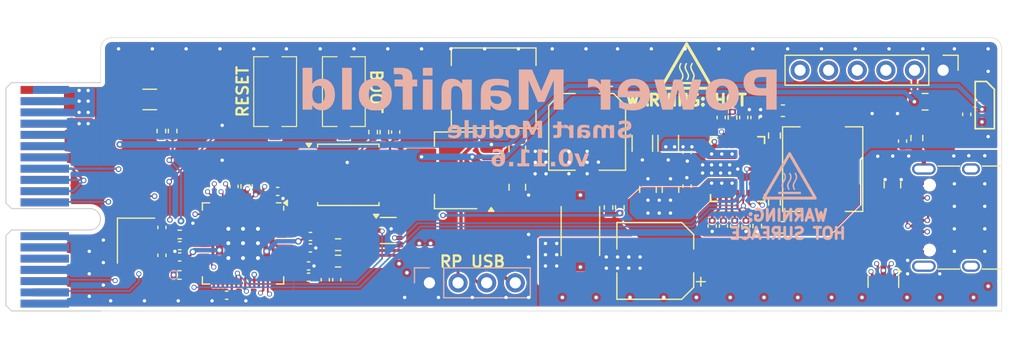
<source format=kicad_pcb>
(kicad_pcb (version 20240108) (generator "pcbnew") (generator_version "8.0")
  (title_block (date "2024-06-29") (rev "v0.11.6"))
  (layers (0 "F.Cu" signal) (1 "In1.Cu" power) (2 "In2.Cu" power) (31 "B.Cu" signal) (34 "B.Paste" user) (35 "F.Paste" user) (36 "B.SilkS" user "B.Silkscreen") (37 "F.SilkS" user "F.Silkscreen") (38 "B.Mask" user) (39 "F.Mask" user) (44 "Edge.Cuts" user))
  (net 0 "")
  (net 1 "VCC")
  (net 2 "GND")
  (net 3 "Net-(C3-Pad1)")
  (net 4 "VIN")
  (net 5 "IMON")
  (net 6 "VBUS")
  (net 7 "Net-(U4-ICOMP)")
  (net 8 "GNDUSB")
  (net 9 "D-")
  (net 10 "D+")
  (net 11 "CC1")
  (net 12 "CC2")
  (net 13 "LED_DIN")
  (net 14 "+5V")
  (net 15 "SCL")
  (net 16 "ENABLE")
  (net 17 "SDA")
  (net 18 "VDD")
  (net 19 "OVERLOAD")
  (net 20 "ALERT")
  (net 22 "/INDUCTOR")
  (net 23 "/OUTDUCTOR")
  (net 24 "/EMI_VIN")
  (net 25 "/XIN")
  (net 26 "+1V1")
  (net 27 "RP_D-")
  (net 28 "/SWCLK")
  (net 29 "/SWD")
  (net 30 "/QSPI_SS")
  (net 31 "/XOUT")
  (net 32 "/QSPI_SD1")
  (net 33 "/QSPI_SD2")
  (net 34 "/QSPI_SD3")
  (net 35 "/QSPI_SD0")
  (net 36 "/QSPI_SCLK")
  (net 37 "/GPIO18")
  (net 38 "/GPIO15")
  (net 39 "/GPIO7")
  (net 40 "/GPIO25")
  (net 41 "/GPIO3")
  (net 42 "/GPIO11")
  (net 43 "/GPIO2")
  (net 44 "/GPIO0")
  (net 45 "/RUN")
  (net 46 "/GPIO8")
  (net 47 "/GPIO16")
  (net 48 "/GPIO20")
  (net 49 "/GPIO19")
  (net 50 "/GPIO14")
  (net 51 "/GPIO17")
  (net 52 "Net-(U4-BST1)")
  (net 53 "/GPIO6")
  (net 54 "/GPIO13")
  (net 55 "/GPIO10")
  (net 56 "/GPIO21")
  (net 57 "/GPIO23")
  (net 58 "/GPIO9")
  (net 59 "Net-(U3-USB_DP)")
  (net 60 "Net-(U3-USB_DM)")
  (net 62 "/VIN_PREFUSE")
  (net 63 "Net-(U4-BST2)")
  (net 64 "VIN_DIVIDER")
  (net 65 "VOUT_DIVIDER")
  (net 66 "RP_D+")
  (net 67 "Net-(J4-SHIELD)")
  (net 70 "Net-(R4-Pad1)")
  (net 71 "/GPIO27_ADC1")
  (net 72 "Net-(R1-Pad2)")
  (net 73 "+3.3V")
  (net 75 "Net-(U4-GPIO1)")
  (net 81 "/GPIO22")
  (net 82 "Net-(C17-Pad1)")
  (net 83 "Net-(C22-Pad2)")
  (footprint "Capacitor_SMD:C_0402_1005Metric" (layer "F.Cu") (at 92.1 33.1 90)
    (property "Reference" "C6" (hide yes))
    (property "Value" "2.2uF")
  )
  (footprint "Connector_USB:USB_C_Receptacle_XKB_U262-16XN-4BVC11" (layer "F.Cu") (at 110.2 42 90)
    (property "Reference" "J4" (hide yes))
    (property "Value" "USB_C_Receptacle_USB2.0_14P")
  )
  (footprint "Resistor_SMD:R_0603_1608Metric" (layer "F.Cu") (at 106.47 34.93 90)
    (property "Reference" "R18" (hide yes))
    (property "Value" "100K")
  )
  (footprint "Capacitor_SMD:C_1206_3216Metric" (layer "F.Cu") (at 82.1 35.4 -90)
    (property "Reference" "C13" (hide yes))
    (property "Value" "4.7uF")
  )
  (footprint "Resistor_SMD:R_0402_1005Metric" (layer "F.Cu") (at 58.2 34.4 90)
    (property "Reference" "R1" (hide yes))
    (property "Value" "1K")
  )
  (footprint "Package_TO_SOT_SMD:SOT-353_SC-70-5" (layer "F.Cu") (at 59.55 43.15)
    (property "Reference" "U5" (hide yes))
    (property "Value" "74LVC1G14GW")
  )
  (footprint "Capacitor_SMD:C_0402_1005Metric" (layer "F.Cu") (at 41.03 44.5 180)
    (property "Reference" "C26" (hide yes))
    (property "Value" "100nF")
  )
  (footprint "Local Library:XKB_TS-1101_SWITCH" (layer "F.Cu") (at 55.6 30.8 -90)
    (property "Reference" "SW1" (hide yes))
    (property "Value" "BOOT")
  )
  (footprint "Inductor_SMD:L_Sunlord_MWSA0603S" (layer "F.Cu") (at 98.11 37.69 -90)
    (property "Reference" "L2" (hide yes))
    (property "Value" "4.7uH")
  )
  (footprint "Resistor_SMD:R_0402_1005Metric" (layer "F.Cu") (at 79.1 41.1 90)
    (property "Reference" "R17" (hide yes))
    (property "Value" "3.3K")
  )
  (footprint "Capacitor_SMD:C_0402_1005Metric" (layer "F.Cu") (at 86.07 36.2 -90)
    (property "Reference" "C14" (hide yes))
    (property "Value" "100nF")
  )
  (footprint "Resistor_SMD:R_0402_1005Metric" (layer "F.Cu") (at 41 47.1)
    (property "Reference" "R4" (hide yes))
    (property "Value" "1K")
  )
  (footprint "Capacitor_SMD:C_0402_1005Metric" (layer "F.Cu") (at 39.45 45.35 -90)
    (property "Reference" "C3" (hide yes))
    (property "Value" "39pF")
  )
  (footprint "Capacitor_SMD:C_0402_1005Metric" (layer "F.Cu") (at 91.3 42.75 -90)
    (property "Reference" "C33" (hide yes))
    (property "Value" "470pF")
  )
  (footprint "Local Library:HOT_SURFACE_SMALL" (layer "F.Cu") (at 86.2 30.734249)
    (property "Reference" "REF**" (hide yes))
    (property "Value" "HOT_SURFACE_SMALL")
  )
  (footprint "Resistor_SMD:R_0402_1005Metric" (layer "F.Cu") (at 92.3 42.75 -90)
    (property "Reference" "R5" (hide yes))
    (property "Value" "10K")
  )
  (footprint "Capacitor_SMD:CP_Elec_6.3x7.7" (layer "F.Cu") (at 83.25 45.85 180)
    (property "Reference" "C28" (hide yes))
    (property "Value" "100uF")
  )
  (footprint "Capacitor_SMD:C_0402_1005Metric" (layer "F.Cu") (at 54.975 47.525 90)
    (property "Reference" "C30" (hide yes))
    (property "Value" "100nF")
  )
  (footprint "Package_TO_SOT_SMD:SOT-223-3_TabPin2" (layer "F.Cu") (at 65.55 37.8 180)
    (property "Reference" "U1" (hide yes))
    (property "Value" "AMS1117-3.3")
  )
  (footprint "Resistor_SMD:R_0603_1608Metric" (layer "F.Cu") (at 93.83 34.71 90)
    (property "Reference" "R7" (hide yes))
    (property "Value" "10R")
  )
  (footprint "Capacitor_SMD:C_0402_1005Metric" (layer "F.Cu") (at 52.47 47.3)
    (property "Reference" "C16" (hide yes))
    (property "Value" "2.2uF")
  )
  (footprint "Capacitor_SMD:C_0402_1005Metric" (layer "F.Cu") (at 52.64 43.68)
    (property "Reference" "C8" (hide yes))
    (property "Value" "100nF")
  )
  (footprint "Capacitor_SMD:C_0402_1005Metric" (layer "F.Cu") (at 52.63 44.7)
    (property "Reference" "C15" (hide yes))
    (property "Value" "100nF")
  )
  (footprint "Capacitor_SMD:C_0402_1005Metric" (layer "F.Cu") (at 41.025 45.5 180)
    (property "Reference" "C10" (hide yes))
    (property "Value" "100nF")
  )
  (footprint "Capacitor_SMD:C_0805_2012Metric" (layer "F.Cu") (at 71 35.9 -90)
    (property "Reference" "C1" (hide yes))
    (property "Value" "10uF")
  )
  (footprint "Resistor_SMD:R_0402_1005Metric" (layer "F.Cu") (at 47.85 39.23 -90)
    (property "Reference" "R12" (hide yes))
    (property "Value" "10K")
  )
  (footprint "Resistor_SMD:R_0402_1005Metric" (layer "F.Cu") (at 80.1 41.09 -90)
    (property "Reference" "R16" (hide yes))
    (property "Value" "22K")
  )
  (footprint "Resistor_SMD:R_0402_1005Metric" (layer "F.Cu") (at 40.4 34.3 -90)
    (property "Reference" "R14" (hide yes))
    (property "Value" "22K")
  )
  (footprint "Capacitor_SMD:C_0402_1005Metric" (layer "F.Cu") (at 49.725 39.675)
    (property "Reference" "C18" (hide yes))
    (property "Value" "100nF")
  )
  (footprint "Capacitor_SMD:C_0402_1005Metric" (layer "F.Cu") (at 86.07 39.2 90)
    (property "Reference" "C25" (hide yes))
    (property "Value" "100nF")
  )
  (footprint "Capacitor_SMD:C_0402_1005Metric" (layer "F.Cu") (at 110.9 32.82 -90)
    (property "Reference" "C37" (hide yes))
    (property "Value" "2.2uF")
  )
  (footprint "Capacitor_SMD:C_0402_1005Metric" (layer "F.Cu") (at 105.2 35.2 90)
    (property "Reference" "C36" (hide yes))
    (property "Value" "100nF")
  )
  (footprint "Connector_PCBEdge:BUS_PCIexpress_x1" (layer "F.Cu") (at 29.05 30.65 -90)
    (property "Reference" "J1" (hide yes))
    (property "Value" "Bus_PCI_Express_x1")
    (fp_line (start -0.15 3.45) (end 10.05 3.45) (stroke (width 0.1)) (layer "Edge.Cuts"))
    (fp_line (start 12.95 3.45) (end 19.15 3.45) (stroke (width 0.1)) (layer "Edge.Cuts"))
    (fp_line (start -0.65 2.95) (end -0.15 3.45) (stroke (width 0.1)) (layer "Edge.Cuts"))
    (fp_line (start 10.55 2.95) (end 10.05 3.45) (stroke (width 0.1)) (layer "Edge.Cuts"))
    (fp_line (start 12.45 2.95) (end 12.95 3.45) (stroke (width 0.1)) (layer "Edge.Cuts"))
    (fp_line (start 19.65 2.95) (end 19.15 3.45) (stroke (width 0.1)) (layer "Edge.Cuts"))
    (fp_line (start 10.55 -4) (end 10.55 2.95) (stroke (width 0.1)) (layer "Edge.Cuts"))
    (fp_line (start 12.45 -4) (end 12.45 2.95) (stroke (width 0.1)) (layer "Edge.Cuts"))
    (fp_line (start -0.65 -4.95) (end -0.65 2.95) (stroke (width 0.1)) (layer "Edge.Cuts"))
    (fp_line (start 19.65 -4.95) (end 19.65 2.95) (stroke (width 0.1)) (layer "Edge.Cuts"))
    (fp_arc (start 10.55 -4) (mid 11.5 -4.95) (end 12.45 -4) (stroke (width 0.1)) (layer "Edge.Cuts"))
  )
  (footprint "Capacitor_SMD:C_0805_2012Metric" (layer "F.Cu") (at 104.3 39.1 -90)
    (property "Reference" "C27" (hide yes))
    (property "Value" "10uF")
  )
  (footprint "Capacitor_SMD:C_0402_1005Metric" (layer "F.Cu") (at 90.3 42.75 -90)
    (property "Reference" "C31" (hide yes))
    (property "Value" "470pF")
  )
  (footprint "Resistor_SMD:R_0402_1005Metric" (layer "F.Cu") (at 46.85 39.23 -90)
    (property "Reference" "R13" (hide yes))
    (property "Value" "10K")
  )
  (footprint "Capacitor_SMD:C_0805_2012Metric" (layer "F.Cu") (at 82.6 39.5 90)
    (property "Reference" "C20" (hide yes))
    (property "Value" "10uF")
  )
  (footprint "Local Library:MPQ4242_QNF-22_4mmx5mm" (layer "F.Cu") (at 90.55 37.685)
    (property "Reference" "U4" (hide yes))
    (property "Value" "MPQ4242")
  )
  (footprint "Fuse:Fuse_1206_3216Metric" (layer "F.Cu") (at 38.37 31.5 180)
    (property "Reference" "F1" (hide yes))
    (property "Value" "8A")
  )
  (footprint "Capacitor_SMD:C_0402_1005Metric" (layer "F.Cu") (at 89.3 42.75 -90)
    (property "Reference" "C32" (hide yes))
    (property "Value" "470pF")
  )
  (footprint "Capacitor_SMD:C_0805_2012Metric" (layer "F.Cu") (at 84.6 39.5 90)
    (property "Reference" "C23" (hide yes))
    (property "Value" "10uF")
  )
  (footprint "Capacitor_SMD:C_0402_1005Metric" (layer "F.Cu") (at 88.3 42.75 -90)
    (property "Reference" "C34" (hide yes))
    (property "Value" "470pF")
  )
  (footprint "Connector_PinHeader_2.54mm:PinHeader_1x06_P2.54mm_Vertical" (layer "F.Cu") (at 108.8 28.9 -90)
    (property "Reference" "J2" (hide yes))
    (property "Value" "Conn_01x06_Pin")
  )
  (footprint "Capacitor_SMD:C_0402_1005Metric" (layer "F.Cu") (at 91.1 33.1 90)
    (property "Reference" "C7" (hide yes))
    (property "Value" "470pF")
  )
  (footprint "Capacitor_SMD:CP_Elec_6.3x7.7" (layer "F.Cu") (at 77.2 34.38 -90)
    (property "Reference" "C9" (hide yes))
    (property "Value" "100uF")
  )
  (footprint "Package_DFN_QFN:QFN-56-1EP_7x7mm_P0.4mm_EP3.2x3.2mm" (layer "F.Cu") (at 46.65 44.3 -90)
    (property "Reference" "U3" (hide yes))
    (property "Value" "RP2040")
  )
  (footprint "Crystal:Crystal_SMD_3225-4Pin_3.2x2.5mm" (layer "F.Cu") (at 37.15 44.05 -90)
    (property "Reference" "Y1" (hide yes))
    (property "Value" "X322512MSB4SI")
  )
  (footprint "Capacitor_SMD:C_0805_2012Metric" (layer "F.Cu") (at 71 39.3 -90)
    (property "Reference" "C4" (hide yes))
    (property "Value" "10uF")
  )
  (footprint "Resistor_SMD:R_0402_1005Metric" (layer "F.Cu") (at 59.2 34.4 90)
    (property "Reference" "R2" (hide yes))
    (property "Value" "10K")
  )
  (footprint "Resistor_SMD:R_0402_1005Metric" (layer "F.Cu") (at 90.1 33.1 -90)
    (property "Reference" "R8" (hide yes))
    (property "Value" "4.7K")
  )
  (footprint "Resistor_SMD:R_0603_1608Metric" (layer "F.Cu") (at 93.83 40.66 90)
    (property "Reference" "R11" (hide yes))
    (property "Value" "0R")
  )
  (footprint "Local Library:LED_Neopixel_Side_Light_SK6812" (layer "F.Cu") (at 112.25 33.5 90)
    (property "Reference" "D2" (hide yes))
    (property "Value" "STATUS_LED")
  )
  (footprint "Capacitor_SMD:C_0603_1608Metric" (layer "F.Cu") (at 94.58 42.87 180)
    (property "Reference" "C22" (hide yes))
    (property "Value" "220nF")
  )
  (footprint "Capacitor_SMD:C_1206_3216Metric" (layer "F.Cu") (at 84.4 35.4 -90)
    (property "Reference" "C12" (hide yes))
    (property "Value" "4.7uF")
  )
  (footprint "Capacitor_SMD:C_0402_1005Metric" (layer "F.Cu") (at 45.2 48.9 180)
    (property "Reference" "C21" (hide yes))
    (property "Value" "100nF")
  )
  (footprint "Resistor_SMD:R_0603_1608Metric" (layer "F.Cu") (at 55.09 45.87 180)
    (property "Reference" "R10" (hide yes))
    (property "Value" "27R")
  )
  (footprint "Capacitor_SMD:C_0402_1005Metric" (layer "F.Cu") (at 52.47 46.3)
    (property "Reference" "C11" (hide yes))
    (property "Value" "2.2uF")
  )
  (footprint "Resistor_SMD:R_2512_6332Metric" (layer "F.Cu") (at 76.6 43.2 -90)
    (property "Reference" "R6" (hide yes))
    (property "Value" "R010")
  )
  (footprint "Capacitor_SMD:C_0402_1005Metric" (layer "F.Cu") (at 53.95 47.525 90)
    (property "Reference" "C29" (hide yes))
    (property "Value" "100nF")
  )
  (footprint "Package_SO:SOIC-8_5.23x5.23mm_P1.27mm" (layer "F.Cu") (at 56 38.2)
    (property "Reference" "U2" (hide yes))
    (property "Value" "W25Q32JVSSIQ")
  )
  (footprint "Resistor_SMD:R_0603_1608Metric" (layer "F.Cu") (at 55.09 44.41 180)
    (property "Reference" "R9" (hide yes))
    (property "Value" "27R")
  )
  (footprint "Resistor_SMD:R_0402_1005Metric" (layer "F.Cu") (at 39.4 34.3 90)
    (property "Reference" "R15" (hide yes))
    (property "Value" "2K")
  )
  (footprint "Capacitor_SMD:C_0805_2012Metric" (layer "F.Cu") (at 107.2 31.7)
    (property "Reference" "C35" (hide yes))
    (property "Value" "10uF")
  )
  (footprint "Local Library:XKB_TS-1101_SWITCH" (layer "F.Cu") (at 49.5 30.8 -90)
    (property "Reference" "SW2" (hide yes))
    (property "Value" "RESET")
  )
  (footprint "Capacitor_SMD:C_0402_1005Metric" (layer "F.Cu") (at 60.2 34.4 90)
    (property "Reference" "C5" (hide yes))
    (property "Value" "100nF")
  )
  (footprint "Capacitor_SMD:C_0603_1608Metric" (layer "F.Cu") (at 94.58 32.5)
    (property "Reference" "C17" (hide yes))
    (property "Value" "220nF")
  )
  (footprint "Capacitor_SMD:C_0402_1005Metric" (layer "F.Cu") (at 89.1 33.1 -90)
    (property "Reference" "C19" (hide yes))
    (property "Value" "4.7nF")
  )
  (footprint "Package_DFN_QFN:Diodes_UDFN-10_1.0x2.5mm_P0.5mm" (layer "F.Cu") (at 103.5 47.7 -90)
    (property "Reference" "D1" (hide yes))
    (property "Value" "TPD4EUSB30")
  )
  (footprint "Inductor_SMD:L_Sunlord_MWSA0603S" (layer "F.Cu") (at 68.9 30.48)
    (property "Reference" "L1" (hide yes))
    (property "Value" "4.7uH")
  )
  (footprint "Resistor_SMD:R_0402_1005Metric" (layer "F.Cu") (at 41.03 43.5 180)
    (property "Reference" "R3" (hide yes))
    (property "Value" "1K")
  )
  (footprint "Capacitor_SMD:C_0402_1005Metric" (layer "F.Cu") (at 45.85 39.23 90)
    (property "Reference" "C24" (hide yes))
    (property "Value" "100nF")
  )
  (footprint "Capacitor_SMD:C_0402_1005Metric" (layer "F.Cu") (at 39.45 42.875 90)
    (property "Reference" "C2" (hide yes))
    (property "Value" "39pF")
  )
  (footprint "Local Library:HOT_SURFACE_SMALL" (layer "B.Cu") (at 95 40.5 180)
    (property "Reference" "REF**" (hide yes))
    (property "Value" "HOT_SURFACE_SMALL")
  )
  (footprint "Connector_PinHeader_2.54mm:PinHeader_1x04_P2.54mm_Vertical" (layer "B.Cu") (at 63.2 47.8 -90)
    (property "Reference" "J3" (hide yes))
    (property "Value" "RP_USB")
  )
  (gr_arc (start 34 27) (mid 34.292893 26.292893) (end 35 26) (stroke (width 0.05)) (layer "Edge.Cuts"))
  (gr_arc (start 113 26) (mid 113.707107 26.292893) (end 114 27) (stroke (width 0.05)) (layer "Edge.Cuts"))
  (gr_line (start 35 26) (end 113 26) (stroke (width 0.05)) (layer "Edge.Cuts"))
  (gr_line (start 114 27) (end 114 50.3) (stroke (width 0.05)) (layer "Edge.Cuts"))
  (gr_line (start 114 50.3) (end 34 50.3) (stroke (width 0.05)) (layer "Edge.Cuts"))
  (gr_line (start 34 27) (end 34 30) (stroke (width 0.05)) (layer "Edge.Cuts"))
  (gr_text "WARNING:\nHOT SURFACE" (at 95 44 0) (layer "B.SilkS") (effects (font (size 1 1) (thickness 0.25) (bold yes)) (justify bottom mirror)))
  (gr_text "Smart Module\n${REVISION}" (at 73 37.7 0) (layer "B.SilkS") (effects (font (size 1.5 1.5) (thickness 0.3) (bold yes)) (justify bottom mirror)))
  (gr_text "Power Manifold" (at 73 33 0) (layer "B.SilkS") (effects (font (size 3.5 3.5) (thickness 0.2) (bold yes) (italic yes)) (justify bottom mirror)))
  (gr_text "BOOT" (at 57.9 30.8 270) (layer "F.SilkS") (effects (font (size 1 1) (thickness 0.2) (bold yes)) (justify bottom)))
  (gr_text "RP USB" (at 64 46.5 -0) (layer "F.SilkS") (effects (font (size 1 1) (thickness 0.2) (bold yes)) (justify left bottom)))
  (gr_text "WARNING: HOT" (at 86 32.15 0) (layer "F.SilkS") (effects (font (size 1 1) (thickness 0.25) (bold yes)) (justify bottom)))
  (gr_text "RESET" (at 47.2 30.8 90) (layer "F.SilkS") (effects (font (size 1 1) (thickness 0.2) (bold yes)) (justify bottom)))
  (segment (start 91.05 35.36) (end 91.05 34.63) (width 0.25) (layer "F.Cu") (net 1))
  (segment (start 91.05 34.63) (end 92.1 33.58) (width 0.25) (layer "F.Cu") (net 1))
  (segment (start 86.07 36.96) (end 86.09 36.98) (width 0.2) (layer "F.Cu") (net 2))
  (segment (start 89.13 34.38) (end 89.13 34.39) (width 0.25) (layer "F.Cu") (net 2))
  (segment (start 86.07 38.45) (end 86.05 38.45) (width 0.2) (layer "F.Cu") (net 2))
  (segment (start 86.07 36.95) (end 86.07 36.96) (width 0.2) (layer "F.Cu") (net 2))
  (segment (start 89.55 34.81) (end 89.55 35.36) (width 0.25) (layer "F.Cu") (net 2))
  (segment (start 89.13 34.39) (end 89.55 34.81) (width 0.25) (layer "F.Cu") (net 2))
  (via (at 59.5 27) (size 0.5) (drill 0.3) (layers "F.Cu" "B.Cu") (net 2))
  (via (at 95 27) (size 0.5) (drill 0.3) (layers "F.Cu" "B.Cu") (net 2))
  (via (at 105.6 49.1) (size 0.5) (drill 0.3) (layers "F.Cu" "B.Cu") (net 2))
  (via (at 55.9 37.1) (size 0.5) (drill 0.3) (layers "F.Cu" "B.Cu") (net 2))
  (via (at 45.35 45.6) (size 0.6) (drill 0.35) (layers "F.Cu" "B.Cu") (net 2))
  (via (at 92.6 32.4) (size 0.45) (drill 0.3) (layers "F.Cu" "B.Cu") (net 2))
  (via (at 44.8 33.8) (size 0.5) (drill 0.3) (layers "F.Cu" "B.Cu") (net 2))
  (via (at 72.6 36.11) (size 0.5) (drill 0.3) (layers "F.Cu" "B.Cu") (net 2))
  (via (at 52.95 46.3) (size 0.5) (drill 0.3) (layers "F.Cu" "B.Cu") (net 2))
  (via (at 37.9 49.4) (size 0.5) (drill 0.3) (layers "F.Cu" "B.Cu") (net 2))
  (via (at 74.1 27) (size 0.5) (drill 0.3) (layers "F.Cu" "B.Cu") (net 2))
  (via (at 46.9 49.4) (size 0.5) (drill 0.3) (layers "F.Cu" "B.Cu") (net 2))
  (via (at 107 27) (size 0.5) (drill 0.3) (layers "F.Cu" "B.Cu") (net 2))
  (via (at 103.5 46.7) (size 0.45) (drill 0.3) (layers "F.Cu" "B.Cu") (net 2))
  (via (at 82.9 27) (size 0.5) (drill 0.3) (layers "F.Cu" "B.Cu") (net 2))
  (via (at 112.8 29) (size 0.5) (drill 0.3) (layers "F.Cu" "B.Cu") (net 2))
  (via (at 91.6 32.4) (size 0.45) (drill 0.3) (layers "F.Cu" "B.Cu") (net 2))
  (via (at 88.9 27) (size 0.5) (drill 0.3) (layers "F.Cu" "B.Cu") (net 2))
  (via (at 86.09 36.98) (size 0.5) (drill 0.3) (layers "F.Cu" "B.Cu") (net 2))
  (via (at 72 45.5) (size 0.5) (drill 0.3) (layers "F.Cu" "B.Cu") (net 2))
  (via (at 70 49.1) (size 0.5) (drill 0.3) (layers "F.Cu" "B.Cu") (net 2))
  (via (at 53.5 27) (size 0.5) (drill 0.3) (layers "F.Cu" "B.Cu") (net 2))
  (via (at 104.75 32.75) (size 0.45) (drill 0.3) (layers "F.Cu" "B.Cu") (net 2))
  (via (at 72 43.5) (size 0.5) (drill 0.3) (layers "F.Cu" "B.Cu") (net 2))
  (via (at 73.55 36.11) (size 0.5) (drill 0.3) (layers "F.Cu" "B.Cu") (net 2))
  (via (at 92.6 33) (size 0.45) (drill 0.3) (layers "F.Cu" "B.Cu") (net 2))
  (via (at 87.45 37.315) (size 0.45) (drill 0.3) (layers "F.Cu" "B.Cu") (net 2))
  (via (at 64 49.1) (size 0.5) (drill 0.3) (layers "F.Cu" "B.Cu") (net 2))
  (via (at 84 49.1) (size 0.5) (drill 0.3) (layers "F.Cu" "B.Cu") (net 2))
  (via (at 46.65 43) (size 0.6) (drill 0.35) (layers "F.Cu" "B.Cu") (net 2))
  (via (at 89.85 37.315) (size 0.45) (drill 0.3) (layers "F.Cu" "B.Cu") (net 2))
  (via (at 111.5 49.1) (size 0.5) (drill 0.3) (layers "F.Cu" "B.Cu") (net 2))
  (via (at 41.6 27) (size 0.5) (drill 0.3) (layers "F.Cu" "B.Cu") (net 2))
  (via (at 86.05 38.45) (size 0.5) (drill 0.3) (layers "F.Cu" "B.Cu") (net 2))
  (via (at 101 27) (size 0.5) (drill 0.3) (layers "F.Cu" "B.Cu") (net 2))
  (via (at 77.2 37.09) (size 0.5) (drill 0.3) (layers "F.Cu" "B.Cu") (net 2))
  (via (at 34.25 48) (size 0.5) (drill 0.3) (layers "F.Cu" "B.Cu") (net 2))
  (via (at 79.9 27) (size 0.5) (drill 0.3) (layers "F.Cu" "B.Cu") (net 2))
  (via (at 86.9 49.1) (size 0.5) (drill 0.3) (layers "F.Cu" "B.Cu") (net 2))
  (via (at 81 49.1) (size 0.5) (drill 0.3) (layers "F.Cu" "B.Cu") (net 2))
  (via (at 112.8 27) (size 0.5) (drill 0.3) (layers "F.Cu" "B.Cu") (net 2))
  (via (at 102.5 32.75) (size 0.45) (drill 0.3) (layers "F.Cu" "B.Cu") (net 2))
  (via (at 72 49.1) (size 0.5) (drill 0.3) (layers "F.Cu" "B.Cu") (net 2))
  (via (at 68.1 27) (size 0.5) (drill 0.3) (layers "F.Cu" "B.Cu") (net 2))
  (via (at 42.2 42.5) (size 0.5) (drill 0.3) (layers "F.Cu" "B.Cu") (net 2))
  (via (at 34.25 44) (size 0.5) (drill 0.3) (layers "F.Cu" "B.Cu") (net 2))
  (via (at 104 27) (size 0.5) (drill 0.3) (layers "F.Cu" "B.Cu") (net 2))
  (via (at 72.6 37.09) (size 0.5) (drill 0.3) (layers "F.Cu" "B.Cu") (net 2))
  (via (at 90.57 37.685) (size 0.45) (drill 0.3) (layers "F.Cu" "B.Cu") (net 2))
  (via (at 78.2 37.07) (size 0.5) (drill 0.3) (layers "F.Cu" "B.Cu") (net 2))
  (via (at 32.9 33.65) (size 0.5) (drill 0.3) (layers "F.Cu" "B.Cu") (net 2))
  (via (at 82.6 38.55) (size 0.5) (drill 0.3) (layers "F.Cu" "B.Cu") (net 2))
  (via (at 101.6 49.1) (size 0.5) (drill 0.3) (layers "F.Cu" "B.Cu") (net 2))
  (via (at 89.13 34.38) (size 0.45) (drill 0.3) (layers "F.Cu" "B.Cu") (net 2))
  (via (at 72.58 38.11) (size 0.5) (drill 0.3) (layers "F.Cu" "B.Cu") (net 2))
  (via (at 112.8 34.8) (size 0.5) (drill 0.3) (layers "F.Cu" "B.Cu") (net 2))
  (via (at 98 27) (size 0.5) (drill 0.3) (layers "F.Cu" "B.Cu") (net 2))
  (via (at 82.1 36.875) (size 0.5) (drill 0.3) (layers "F.Cu" "B.Cu") (net 2))
  (via (at 44.8 36.9) (size 0.5) (drill 0.3) (layers "F.Cu" "B.Cu") (net 2))
  (via (at 78 49.1) (size 0.5) (drill 0.3) (layers "F.Cu" "B.Cu") (net 2))
  (via (at 89.05 38.04) (size 0.45) (drill 0.3) (layers "F.Cu" "B.Cu") (net 2))
  (via (at 91.9 27) (size 0.5) (drill 0.3) (layers "F.Cu" "B.Cu") (net 2))
  (via (at 47.975 43) (size 0.6) (drill 0.35) (layers "F.Cu" "B.Cu") (net 2))
  (via (at 43.9 49.4) (size 0.5) (drill 0.3) (layers "F.Cu" "B.Cu") (net 2))
  (via (at 75.59 36.12) (size 0.5) (drill 0.3) (layers "F.Cu" "B.Cu") (net 2))
  (via (at 40.9 49.4) (size 0.5) (drill 0.3) (layers "F.Cu" "B.Cu") (net 2))
  (via (at 33 45) (size 0.5) (drill 0.3) (layers "F.Cu" "B.Cu") (net 2))
  (via (at 89.05 37.315) (size 0.45) (drill 0.3) (layers "F.Cu" "B.Cu") (net 2))
  (via (at 67 49.1) (size 0.5) (drill 0.3) (layers "F.Cu" "B.Cu") (net 2))
  (via (at 109.8 27) (size 0.5) (drill 0.3) (layers "F.Cu" "B.Cu") (net 2))
  (via (at 77.2 38.1) (size 0.5) (drill 0.3) (layers "F.Cu" "B.Cu") (net 2))
  (via (at 85.9 27) (size 0.5) (drill 0.3) (layers "F.Cu" "B.Cu") (net 2))
  (via (at 77.2 36.11) (size 0.5) (drill 0.3) (layers "F.Cu" "B.Cu") (net 2))
  (via (at 73.55 38.11) (size 0.5) (drill 0.3) (layers "F.Cu" "B.Cu") (net 2))
  (via (at 56.5 27) (size 0.5) (drill 0.3) (layers "F.Cu" "B.Cu") (net 2))
  (via (at 59.8 43) (size 0.5) (drill 0.3) (layers "F.Cu" "B.Cu") (net 2))
  (via (at 33 49) (size 0.5) (drill 0.3) (layers "F.Cu" "B.Cu") (net 2))
  (via (at 47.6 27) (size 0.5) (drill 0.3) (layers "F.Cu" "B.Cu") (net 2))
  (via (at 89.9 49.1) (size 0.5) (drill 0.3) (layers "F.Cu" "B.Cu") (net 2))
  (via (at 87.45 38.04) (size 0.45) (drill 0.3) (layers "F.Cu" "B.Cu") (net 2))
  (via (at 88.3 43.23) (size 0.45) (drill 0.3) (layers "F.Cu" "B.Cu") (net 2))
  (via (at 75.59 37.08) (size 0.5) (drill 0.3) (layers "F.Cu" "B.Cu") (net 2))
  (via (at 88.25 37.315) (size 0.45) (drill 0.3) (layers "F.Cu" "B.Cu") (net 2))
  (via (at 71.1 27) (size 0.5) (drill 0.3) (layers "F.Cu" "B.Cu") (net 2))
  (via (at 73.54 37.08) (size 0.5) (drill 0.3) (layers "F.Cu" "B.Cu") (net 2))
  (via (at 47.975 44.275) (size 0.6) (drill 0.35) (layers "F.Cu" "B.Cu") (net 2))
  (via (at 46.65 45.6) (size 0.6) (drill 0.35) (layers "F.Cu" "B.Cu") (net 2))
  (via (at 95.9 49.1) (size 0.5) (drill 0.3) (layers "F.Cu" "B.Cu") (net 2))
  (via (at 98.9 49.1) (size 0.5) (drill 0.3) (layers "F.Cu" "B.Cu") (net 2))
  (via (at 47.975 45.6) (size 0.6) (drill 0.35) (layers "F.Cu" "B.Cu") (net 2))
  (via (at 88.25 38.04) (size 0.45) (drill 0.3) (layers "F.Cu" "B.Cu") (net 2))
  (via (at 38.6 27) (size 0.5) (drill 0.3) (layers "F.Cu" "B.Cu") (net 2))
  (via (at 92.3 43.26) (size 0.5) (drill 0.3) (layers "F.Cu" "B.Cu") (net 2))
  (via (at 53.11 44.7) (size 0.5) (drill 0.3) (layers "F.Cu" "B.Cu") (net 2))
  (via (at 84.6 38.55) (size 0.5) (drill 0.3) (layers "F.Cu" "B.Cu") (net 2))
  (via (at 45.35 43) (size 0.6) (drill 0.35) (layers "F.Cu" "B.Cu") (net 2))
  (via (at 62.5 27) (size 0.5) (drill 0.3) (layers "F.Cu" "B.Cu") (net 2))
  (via (at 65.1 27) (size 0.5) (drill 0.3) (layers "F.Cu" "B.Cu") (net 2))
  (via (at 61 49.1) (size 0.5) (drill 0.3) (layers "F.Cu" "B.Cu") (net 2))
  (via (at 50.5 27) (size 0.5) (drill 0.3) (layers "F.Cu" "B.Cu") (net 2))
  (via (at 44.6 27) (size 0.5) (drill 0.3) (layers "F.Cu" "B.Cu") (net 2))
  (via (at 33 47) (size 0.5) (drill 0.3) (layers "F.Cu" "B.Cu") (net 2))
  (via (at 32.1 33.65) (size 0.5) (drill 0.3) (layers "F.Cu" "B.Cu") (net 2))
  (via (at 45.35 44.275) (size 0.6) (drill 0.35) (layers "F.Cu" "B.Cu") (net 2))
  (via (at 91.3 43.23) (size 0.45) (drill 0.3) (layers "F.Cu" "B.Cu") (net 2))
  (via (at 50.2 40.3) (size 0.5) (drill 0.3) (layers "F.Cu" "B.Cu") (net 2))
  (via (at 34.9 49.4) (size 0.5) (drill 0.3) (layers "F.Cu" "B.Cu") (net 2))
  (via (at 35.6 27) (size 0.5) (drill 0.3) (layers "F.Cu" "B.Cu") (net 2))
  (via (at 92.9 49.1) (size 0.5) (drill 0.3) (layers "F.Cu" "B.Cu") (net 2))
  (via (at 77.1 27) (size 0.5) (drill 0.3) (layers "F.Cu" "B.Cu") (net 2))
  (via (at 108.5 49.1) (size 0.5) (drill 0.3) (layers "F.Cu" "B.Cu") (net 2))
  (via (at 46.65 44.275) (size 0.6) (drill 0.35) (layers "F.Cu" "B.Cu") (net 2))
  (via (at 75.58 38.1) (size 0.5) (drill 0.3) (layers "F.Cu" "B.Cu") (net 2))
  (via (at 75 49.1) (size 0.5) (drill 0.3) (layers "F.Cu" "B.Cu") (net 2))
  (via (at 76.6 40) (size 0.5) (drill 0.3) (layers "F.Cu" "B.Cu") (net 2))
  (via (at 40.6 45) (size 0.5) (drill 0.3) (layers "F.Cu" "B.Cu") (net 2))
  (via (at 89.85 38.04) (size 0.45) (drill 0.3) (layers "F.Cu" "B.Cu") (net 2))
  (via (at 72 40) (size 0.5) (drill 0.3) (layers "F.Cu" "B.Cu") (net 2))
  (via (at 84.4 36.875) (size 0.5) (drill 0.3) (layers "F.Cu" "B.Cu") (net 2))
  (via (at 112.8 48.1) (size 0.5) (drill 0.3) (layers "F.Cu" "B.Cu") (net 2))
  (via (at 34.25 46) (size 0.5) (drill 0.3) (layers "F.Cu" "B.Cu") (net 2))
  (segment (start 39.45 44.87) (end 39.45 44.51) (width 0.15) (layer "F.Cu") (net 3))
  (segment (start 39.45 44.87) (end 38.28 44.87) (width 0.15) (layer "F.Cu") (net 3))
  (segment (start 39.45 44.51) (end 40.46 43.5) (width 0.15) (layer "F.Cu") (net 3))
  (segment (start 40.4 33.6) (end 40.4 32.91) (width 0.4) (layer "F.Cu") (net 4))
  (segment (start 47.65 47.065746) (end 47.648669 47.064415) (width 0.2) (layer "F.Cu") (net 5))
  (segment (start 47.65 47.7375) (end 47.65 47.065746) (width 0.2) (layer "F.Cu") (net 5))
  (segment (start 89.11 33.58) (end 90.09 32.6) (width 0.25) (layer "F.Cu") (net 5))
  (via (at 90.1 32.6) (size 0.5) (drill 0.3) (layers "F.Cu" "B.Cu") (net 5))
  (via (at 47.648669 47.064415) (size 0.5) (drill 0.3) (layers "F.Cu" "B.Cu") (net 5))
  (segment (start 80.1 40.58) (end 81.62 40.58) (width 0.25) (layer "F.Cu") (net 6))
  (segment (start 81.62 40.58) (end 81.75 40.45) (width 0.25) (layer "F.Cu") (net 6))
  (segment (start 81.75 40.45) (end 82.6 40.45) (width 0.25) (layer "F.Cu") (net 6))
  (via (at 84.6 41.6) (size 0.5) (drill 0.3) (layers "F.Cu" "B.Cu") (net 6))
  (via (at 84.6 40.45) (size 0.5) (drill 0.3) (layers "F.Cu" "B.Cu") (net 6))
  (via (at 82.6 40.45) (size 0.5) (drill 0.3) (layers "F.Cu" "B.Cu") (net 6))
  (via (at 88.25 38.94) (size 0.45) (drill 0.3) (layers "F.Cu" "B.Cu") (net 6))
  (via (at 83.6 41.6) (size 0.5) (drill 0.3) (layers "F.Cu" "B.Cu") (net 6))
  (via (at 83.6 40.45) (size 0.5) (drill 0.3) (layers "F.Cu" "B.Cu") (net 6))
  (via (at 90.07 38.94) (size 0.45) (drill 0.3) (layers "F.Cu" "B.Cu") (net 6))
  (via (at 89.15 38.94) (size 0.45) (drill 0.3) (layers "F.Cu" "B.Cu") (net 6))
  (via (at 82.6 41.6) (size 0.5) (drill 0.3) (layers "F.Cu" "B.Cu") (net 6))
  (segment (start 90.55 34.13) (end 90.55 35.36) (width 0.25) (layer "F.Cu") (net 7))
  (segment (start 91.1 33.58) (end 90.55 34.13) (width 0.25) (layer "F.Cu") (net 7))
  (segment (start 88.5 35.25) (end 88.5 35.485) (width 0.3) (layer "F.Cu") (net 8))
  (segment (start 88.5 35.485) (end 88.7 35.685) (width 0.3) (layer "F.Cu") (net 8))
  (via (at 88.5 35.25) (size 0.5) (drill 0.3) (layers "F.Cu" "B.Cu") (net 8))
  (via (at 108.5 47) (size 0.6) (drill 0.3) (layers "F.Cu" "B.Cu") (net 8))
  (via (at 73.5 44.3) (size 0.5) (drill 0.3) (layers "F.Cu" "B.Cu") (net 8))
  (via (at 78.9 46.5) (size 0.5) (drill 0.3) (layers "F.Cu" "B.Cu") (net 8))
  (via (at 80.9 45.5) (size 0.5) (drill 0.3) (layers "F.Cu" "B.Cu") (net 8))
  (via (at 81.9 46.5) (size 0.5) (drill 0.3) (layers "F.Cu" "B.Cu") (net 8))
  (via (at 79.9 46.5) (size 0.5) (drill 0.3) (layers "F.Cu" "B.Cu") (net 8))
  (via (at 112.5 39) (size 0.5) (drill 0.3) (layers "F.Cu" "B.Cu") (net 8))
  (via (at 112.5 36.5) (size 0.5) (drill 0.3) (layers "F.Cu" "B.Cu") (net 8))
  (via (at 74.5 46.3) (size 0.5) (drill 0.3) (layers "F.Cu" "B.Cu") (net 8))
  (via (at 73.5 46.3) (size 0.5) (drill 0.3) (layers "F.Cu" "B.Cu") (net 8))
  (via (at 104.33 36.53) (size 0.5) (drill 0.3) (layers "F.Cu" "B.Cu") (net 8))
  (via (at 78.9 45.5) (size 0.5) (drill 0.3) (layers "F.Cu" "B.Cu") (net 8))
  (via (at 74.5 44.3) (size 0.5) (drill 0.3) (layers "F.Cu" "B.Cu") (net 8))
  (via (at 109.8 39) (size 0.5) (drill 0.3) (layers "F.Cu" "B.Cu") (net 8))
  (via (at 109.8 43) (size 0.5) (drill 0.3) (layers "F.Cu" "B.Cu") (net 8))
  (via (at 74.5 45.3) (size 0.5) (drill 0.3) (layers "F.Cu" "B.Cu") (net 8))
  (via (at 109.8 45) (size 0.5) (drill 0.3) (layers "F.Cu" "B.Cu") (net 8))
  (via (at 81.9 45.5) (size 0.5) (drill 0.3) (layers "F.Cu" "B.Cu") (net 8))
  (via (at 76.6 46.4) (size 0.5) (drill 0.3) (layers "F.Cu" "B.Cu") (net 8))
  (via (at 109.8 41) (size 0.5) (drill 0.3) (layers "F.Cu" "B.Cu") (net 8))
  (via (at 112.5 45) (size 0.5) (drill 0.3) (layers "F.Cu" "B.Cu") (net 8))
  (via (at 105.65 45.8) (size 0.6) (drill 0.3) (layers "F.Cu" "B.Cu") (net 8))
  (via (at 105.08 38.62) (size 0.5) (drill 0.3) (layers "F.Cu" "B.Cu") (net 8))
  (via (at 73.5 45.3) (size 0.5) (drill 0.3) (layers "F.Cu" "B.Cu") (net 8))
  (via (at 112.5 43) (size 0.5) (drill 0.3) (layers "F.Cu" "B.Cu") (net 8))
  (via (at 111.08 36.5) (size 0.5) (drill 0.3) (layers "F.Cu" "B.Cu") (net 8))
  (via (at 80.9 46.5) (size 0.5) (drill 0.3) (layers "F.Cu" "B.Cu") (net 8))
  (via (at 109.75 36.52) (size 0.5) (drill 0.3) (layers "F.Cu" "B.Cu") (net 8))
  (via (at 103.65 38.62) (size 0.5) (drill 0.3) (layers "F.Cu" "B.Cu") (net 8))
  (via (at 112.5 41) (size 0.5) (drill 0.3) (layers "F.Cu" "B.Cu") (net 8))
  (via (at 105.75 36.53) (size 0.5) (drill 0.3) (layers "F.Cu" "B.Cu") (net 8))
  (via (at 103 36.55) (size 0.5) (drill 0.3) (layers "F.Cu" "B.Cu") (net 8))
  (via (at 79.9 45.5) (size 0.5) (drill 0.3) (layers "F.Cu" "B.Cu") (net 8))
  (via (at 105.65 47) (size 0.6) (drill 0.3) (layers "F.Cu" "B.Cu") (net 8))
  (segment (start 105.615 41.905) (end 105.76 41.76) (width 0.2) (layer "F.Cu") (net 9))
  (segment (start 102.9 46.1) (end 103 46.2) (width 0.2) (layer "F.Cu") (net 9))
  (segment (start 90.05 41.405) (end 90.05 40.01) (width 0.2) (layer "F.Cu") (net 9))
  (segment (start 105.76 41.76) (end 106.52 41.76) (width 0.2) (layer "F.Cu") (net 9))
  (segment (start 105.615 42.685) (end 105.615 41.905) (width 0.2) (layer "F.Cu") (net 9))
  (segment (start 103 46.2) (end 103 47.3125) (width 0.2) (layer "F.Cu") (net 9))
  (segment (start 90.3 41.655) (end 90.05 41.405) (width 0.2) (layer "F.Cu") (net 9))
  (segment (start 105.68 42.75) (end 105.615 42.685) (width 0.2) (layer "F.Cu") (net 9))
  (segment (start 106.51 42.75) (end 105.68 42.75) (width 0.2) (layer "F.Cu") (net 9))
  (segment (start 90.3 42.27) (end 90.3 41.655) (width 0.2) (layer "F.Cu") (net 9))
  (via (at 90.3 42.27) (size 0.5) (drill 0.3) (layers "F.Cu" "B.Cu") (net 9))
  (via (at 105.68 42.75) (size 0.5) (drill 0.3) (layers "F.Cu" "B.Cu") (net 9))
  (via (at 102.9 46.1) (size 0.45) (drill 0.3) (layers "F.Cu" "B.Cu") (net 9))
  (segment (start 89.3 42.27) (end 89.3 41.7) (width 0.2) (layer "F.Cu") (net 10))
  (segment (start 89.3 41.7) (end 89.55 41.45) (width 0.2) (layer "F.Cu") (net 10))
  (segment (start 107.27 41.26) (end 106.52 41.26) (width 0.2) (layer "F.Cu") (net 10))
  (segment (start 107.465 41.455) (end 107.27 41.26) (width 0.2) (layer "F.Cu") (net 10))
  (segment (start 107.4 42.25) (end 107.465 42.185) (width 0.2) (layer "F.Cu") (net 10))
  (segment (start 107.465 42.185) (end 107.465 41.455) (width 0.2) (layer "F.Cu") (net 10))
  (segment (start 89.55 41.45) (end 89.55 40.01) (width 0.2) (layer "F.Cu") (net 10))
  (segment (start 104 46.3) (end 104 47.3125) (width 0.2) (layer "F.Cu") (net 10))
  (segment (start 106.53 42.25) (end 107.4 42.25) (width 0.2) (layer "F.Cu") (net 10))
  (segment (start 104.2 46.1) (end 104 46.3) (width 0.2) (layer "F.Cu") (net 10))
  (via (at 107.4 42.25) (size 0.5) (drill 0.3) (layers "F.Cu" "B.Cu") (net 10))
  (via (at 104.2 46.1) (size 0.45) (drill 0.3) (layers "F.Cu" "B.Cu") (net 10))
  (via (at 89.3 42.27) (size 0.5) (drill 0.3) (layers "F.Cu" "B.Cu") (net 10))
  (segment (start 91.3 41.917463) (end 90.55 41.167463) (width 0.2) (layer "F.Cu") (net 11))
  (segment (start 90.55 41.167463) (end 90.55 40.01) (width 0.2) (layer "F.Cu") (net 11))
  (segment (start 102.4 46.8) (end 102.5 46.9) (width 0.2) (layer "F.Cu") (net 11))
  (segment (start 107.4 43.25) (end 106.53 43.25) (width 0.2) (layer "F.Cu") (net 11))
  (segment (start 102.5 46.9) (end 102.5 47.3125) (width 0.2) (layer "F.Cu") (net 11))
  (segment (start 91.3 42.27) (end 91.3 41.917463) (width 0.2) (layer "F.Cu") (net 11))
  (via (at 91.3 42.27) (size 0.45) (drill 0.3) (layers "F.Cu" "B.Cu") (net 11))
  (via (at 107.4 43.25) (size 0.5) (drill 0.3) (layers "F.Cu" "B.Cu") (net 11))
  (via (at 102.4 46.8) (size 0.45) (drill 0.3) (layers "F.Cu" "B.Cu") (net 11))
  (segment (start 88.3 42.27) (end 88.3 41.9) (width 0.2) (layer "F.Cu") (net 12))
  (segment (start 107.4 40.25) (end 107.39 40.26) (width 0.2) (layer "F.Cu") (net 12))
  (segment (start 89 41.2) (end 89 40.01) (width 0.2) (layer "F.Cu") (net 12))
  (segment (start 104.5 46.9) (end 104.5 47.3125) (width 0.2) (layer "F.Cu") (net 12))
  (segment (start 107.39 40.26) (end 106.52 40.26) (width 0.2) (layer "F.Cu") (net 12))
  (segment (start 104.6 46.8) (end 104.5 46.9) (width 0.2) (layer "F.Cu") (net 12))
  (segment (start 88.3 41.9) (end 89 41.2) (width 0.2) (layer "F.Cu") (net 12))
  (via (at 104.6 46.8) (size 0.45) (drill 0.3) (layers "F.Cu" "B.Cu") (net 12))
  (via (at 107.4 40.25) (size 0.5) (drill 0.3) (layers "F.Cu" "B.Cu") (net 12))
  (via (at 88.3 42.27) (size 0.45) (drill 0.3) (layers "F.Cu" "B.Cu") (net 12))
  (segment (start 48.45 39.375) (end 48.45 40.8625) (width 0.2) (layer "F.Cu") (net 13))
  (segment (start 48.575 39.25) (end 48.45 39.375) (width 0.2) (layer "F.Cu") (net 13))
  (via (at 48.575 39.25) (size 0.45) (drill 0.3) (layers "F.Cu" "B.Cu") (net 13))
  (via (at 112.25 33.5) (size 0.5) (drill 0.3) (layers "F.Cu" "B.Cu") (net 13))
  (segment (start 32.5 38.7) (end 31.45 37.65) (width 0.2) (layer "F.Cu") (net 14))
  (segment (start 66 43.4) (end 70.4 47.8) (width 0.3) (layer "F.Cu") (net 14))
  (segment (start 71 34.95) (end 70.25 34.95) (width 0.6) (layer "F.Cu") (net 14))
  (segment (start 66 36.6) (end 66 43.4) (width 0.3) (layer "F.Cu") (net 14))
  (segment (start 69.7 35.5) (end 68.7 35.5) (width 0.6) (layer "F.Cu") (net 14))
  (segment (start 70.25 34.95) (end 69.7 35.5) (width 0.6) (layer "F.Cu") (net 14))
  (segment (start 70.4 47.8) (end 70.82 47.8) (width 0.3) (layer "F.Cu") (net 14))
  (segment (start 67.1 35.5) (end 66 36.6) (width 0.3) (layer "F.Cu") (net 14))
  (segment (start 68.7 35.5) (end 67.1 35.5) (width 0.3) (layer "F.Cu") (net 14))
  (segment (start 112.215 32.34) (end 112.25 32.375) (width 0.15) (layer "F.Cu") (net 14))
  (segment (start 31.45 37.65) (end 29.05 37.65) (width 0.2) (layer "F.Cu") (net 14))
  (segment (start 110.9 32.34) (end 112.215 32.34) (width 0.15) (layer "F.Cu") (net 14))
  (via (at 112.25 32.375) (size 0.5) (drill 0.3) (layers "F.Cu" "B.Cu") (net 14))
  (via (at 68.7 35.5) (size 0.5) (drill 0.3) (layers "F.Cu" "B.Cu") (net 14))
  (via (at 35.7 35.5) (size 0.5) (drill 0.3) (layers "F.Cu" "B.Cu") (net 14))
  (via (at 32.5 38.7) (size 0.5) (drill 0.3) (layers "F.Cu" "B.Cu") (net 14))
  (segment (start 112.225 32.375) (end 110.15 30.3) (width 0.4) (layer "B.Cu") (net 14))
  (segment (start 75.484747 30.3) (end 70.284747 35.5) (width 0.4) (layer "B.Cu") (net 14))
  (segment (start 70.284747 35.5) (end 68.7 35.5) (width 0.4) (layer "B.Cu") (net 14))
  (segment (start 110.15 30.3) (end 75.484747 30.3) (width 0.4) (layer "B.Cu") (net 14))
  (segment (start 32.45 38.65) (end 32.5 38.7) (width 0.2) (layer "B.Cu") (net 14))
  (segment (start 35.7 35.5) (end 68.7 35.5) (width 0.6) (layer "B.Cu") (net 14))
  (segment (start 31.55 39.65) (end 29.05 39.65) (width 0.2) (layer "B.Cu") (net 14))
  (segment (start 32.5 38.7) (end 31.55 39.65) (width 0.2) (layer "B.Cu") (net 14))
  (segment (start 29.05 38.65) (end 32.45 38.65) (width 0.2) (layer "B.Cu") (net 14))
  (segment (start 37.126984 40.1) (end 33.576984 43.65) (width 0.15) (layer "F.Cu") (net 15))
  (segment (start 92.644413 40.89) (end 92.1 40.345587) (width 0.2) (layer "F.Cu") (net 15))
  (segment (start 92.75 40.89) (end 92.644413 40.89) (width 0.2) (layer "F.Cu") (net 15))
  (segment (start 38.8 40.1) (end 37.126984 40.1) (width 0.15) (layer "F.Cu") (net 15))
  (segment (start 47.05 39.45) (end 46.85 39.65) (width 0.2) (layer "F.Cu") (net 15))
  (segment (start 46.85 39.65) (end 46.85 40.8625) (width 0.2) (layer "F.Cu") (net 15))
  (segment (start 33.576984 43.65) (end 29.05 43.65) (width 0.15) (layer "F.Cu") (net 15))
  (via (at 38.8 40.1) (size 0.5) (drill 0.3) (layers "F.Cu" "B.Cu") (net 15))
  (via (at 92.75 40.89) (size 0.45) (drill 0.3) (layers "F.Cu" "B.Cu") (net 15))
  (via (at 47.05 39.45) (size 0.45) (drill 0.3) (layers "F.Cu" "B.Cu") (net 15))
  (segment (start 60.1 43.8) (end 60.5 43.8) (width 0.15) (layer "F.Cu") (net 16))
  (segment (start 92.2 37.685) (end 91.37 37.685) (width 0.3) (layer "F.Cu") (net 16))
  (via (at 60.1 43.8) (size 0.45) (drill 0.3) (layers "F.Cu" "B.Cu") (net 16))
  (via (at 91.37 37.685) (size 0.45) (drill 0.3) (layers "F.Cu" "B.Cu") (net 16))
  (segment (start 62.15 42.5) (end 86.44 42.5) (width 0.15) (layer "B.Cu") (net 16))
  (segment (start 60.85 43.8) (end 62.15 42.5) (width 0.15) (layer "B.Cu") (net 16))
  (segment (start 90.405 40.925) (end 91.37 39.96) (width 0.15) (layer "B.Cu") (net 16))
  (segment (start 60.1 43.8) (end 60.85 43.8) (width 0.15) (layer "B.Cu") (net 16))
  (segment (start 86.44 42.5) (end 88.015 40.925) (width 0.15) (layer "B.Cu") (net 16))
  (segment (start 88.015 40.925) (end 90.405 40.925) (width 0.15) (layer "B.Cu") (net 16))
  (segment (start 91.37 39.96) (end 91.37 37.685) (width 0.15) (layer "B.Cu") (net 16))
  (segment (start 91.920958 40.909008) (end 91.736545 40.909008) (width 0.2) (layer "F.Cu") (net 17))
  (segment (start 47.67435 39.975) (end 47.25 40.39935) (width 0.2) (layer "F.Cu") (net 17))
  (segment (start 91.736545 40.909008) (end 91.55 40.722463) (width 0.2) (layer "F.Cu") (net 17))
  (segment (start 47.775 39.975) (end 47.67435 39.975) (width 0.2) (layer "F.Cu") (net 17))
  (segment (start 47.25 40.39935) (end 47.25 40.8625) (width 0.2) (layer "F.Cu") (net 17))
  (segment (start 91.55 40.722463) (end 91.55 40.01) (width 0.2) (layer "F.Cu") (net 17))
  (via (at 47.775 39.975) (size 0.45) (drill 0.3) (layers "F.Cu" "B.Cu") (net 17))
  (via (at 91.920958 40.909008) (size 0.45) (drill 0.3) (layers "F.Cu" "B.Cu") (net 17))
  (via (at 35.6 37.7) (size 0.5) (drill 0.3) (layers "F.Cu" "B.Cu") (net 17))
  (segment (start 35.6 37.7) (end 35.55 37.65) (width 0.2) (layer "B.Cu") (net 17))
  (segment (start 35.55 37.65) (end 29.05 37.65) (width 0.2) (layer "B.Cu") (net 17))
  (segment (start 46.95 48.55) (end 46.85 48.45) (width 0.15) (layer "F.Cu") (net 19))
  (segment (start 91.05 40.01) (end 91.05 40.925) (width 0.15) (layer "F.Cu") (net 19))
  (segment (start 46.85 48.45) (end 46.85 47.7375) (width 0.15) (layer "F.Cu") (net 19))
  (segment (start 91.075 41.015) (end 92.3 42.24) (width 0.15) (layer "F.Cu") (net 19))
  (segment (start 91.075 40.95) (end 91.075 41.015) (width 0.15) (layer "F.Cu") (net 19))
  (segment (start 91.05 40.925) (end 91.075 40.95) (width 0.15) (layer "F.Cu") (net 19))
  (via (at 46.95 48.55) (size 0.45) (drill 0.3) (layers "F.Cu" "B.Cu") (net 19))
  (via (at 42.3 48.2) (size 0.45) (drill 0.3) (layers "F.Cu" "B.Cu") (net 19))
  (via (at 35.3 47.6) (size 0.45) (drill 0.3) (layers "F.Cu" "B.Cu") (net 19))
  (via (at 91.075 40.95) (size 0.45) (drill 0.3) (layers "F.Cu" "B.Cu") (net 19))
  (segment (start 35.225 47.525) (end 29.175 47.525) (width 0.15) (layer "B.Cu") (net 19))
  (segment (start 90.8 41.225) (end 91.075 40.95) (width 0.15) (layer "B.Cu") (net 19))
  (segment (start 62.4 42.8) (end 86.564264 42.8) (width 0.15) (layer "B.Cu") (net 19))
  (segment (start 46.6 48.2) (end 46.5 48.2) (width 0.15) (layer "B.Cu") (net 19))
  (segment (start 42.3 48.2) (end 46.5 48.2) (width 0.15) (layer "B.Cu") (net 19))
  (segment (start 35.3 47.6) (end 35.225 47.525) (width 0.15) (layer "B.Cu") (net 19))
  (segment (start 46.5 48.2) (end 57 48.2) (width 0.15) (layer "B.Cu") (net 19))
  (segment (start 88.139264 41.225) (end 90.8 41.225) (width 0.15) (layer "B.Cu") (net 19))
  (segment (start 86.564264 42.8) (end 88.139264 41.225) (width 0.15) (layer "B.Cu") (net 19))
  (segment (start 46.95 48.55) (end 46.6 48.2) (width 0.15) (layer "B.Cu") (net 19))
  (segment (start 57 48.2) (end 62.4 42.8) (width 0.15) (layer "B.Cu") (net 19))
  (segment (start 42.4 41.7) (end 43.2125 41.7) (width 0.15) (layer "F.Cu") (net 20))
  (via (at 37.4 47) (size 0.45) (drill 0.3) (layers "F.Cu" "B.Cu") (net 20))
  (via (at 42.4 41.7) (size 0.5) (drill 0.3) (layers "F.Cu" "B.Cu") (net 20))
  (segment (start 36.575 48.525) (end 29.175 48.525) (width 0.15) (layer "B.Cu") (net 20))
  (segment (start 37.4 47) (end 37.4 47.7) (width 0.15) (layer "B.Cu") (net 20))
  (segment (start 37.4 47.7) (end 36.575 48.525) (width 0.15) (layer "B.Cu") (net 20))
  (via (at 86.5 35.71) (size 0.5) (drill 0.3) (layers "F.Cu" "B.Cu") (net 24))
  (via (at 85.71 35.71) (size 0.5) (drill 0.3) (layers "F.Cu" "B.Cu") (net 24))
  (via (at 88.25 36.35) (size 0.45) (drill 0.3) (layers "F.Cu" "B.Cu") (net 24))
  (via (at 84.18 35.71) (size 0.5) (drill 0.3) (layers "F.Cu" "B.Cu") (net 24))
  (via (at 84.96 35.71) (size 0.5) (drill 0.3) (layers "F.Cu" "B.Cu") (net 24))
  (via (at 89.15 36.35) (size 0.45) (drill 0.3) (layers "F.Cu" "B.Cu") (net 24))
  (via (at 90.07 36.35) (size 0.45) (drill 0.3) (layers "F.Cu" "B.Cu") (net 24))
  (segment (start 39.45 43.355) (end 39.775 43.355) (width 0.15) (layer "F.Cu") (net 25))
  (segment (start 37.225 43.875) (end 36.3 42.95) (width 0.15) (layer "F.Cu") (net 25))
  (segment (start 41.8 42.9) (end 42.6 43.7) (width 0.15) (layer "F.Cu") (net 25))
  (segment (start 38.93 43.875) (end 37.225 43.875) (width 0.15) (layer "F.Cu") (net 25))
  (segment (start 39.775 43.355) (end 40.23 42.9) (width 0.15) (layer "F.Cu") (net 25))
  (segment (start 40.23 42.9) (end 41.8 42.9) (width 0.15) (layer "F.Cu") (net 25))
  (segment (start 42.6 43.7) (end 43.2125 43.7) (width 0.15) (layer "F.Cu") (net 25))
  (segment (start 39.45 43.355) (end 38.93 43.875) (width 0.15) (layer "F.Cu") (net 25))
  (segment (start 51.557926 44.109905) (end 51.548021 44.1) (width 0.2) (layer "F.Cu") (net 26))
  (segment (start 51.730095 44.109905) (end 52.16 43.68) (width 0.2) (layer "F.Cu") (net 26))
  (segment (start 51.548021 44.1) (end 50.0875 44.1) (width 0.2) (layer "F.Cu") (net 26))
  (segment (start 51.557926 44.109905) (end 51.730095 44.109905) (width 0.2) (layer "F.Cu") (net 26))
  (segment (start 43.2125 44.9) (end 42.427818 44.9) (width 0.2) (layer "F.Cu") (net 26))
  (segment (start 50.0875 46.1) (end 51.79 46.1) (width 0.2) (layer "F.Cu") (net 26))
  (segment (start 42.427818 44.9) (end 41.827818 45.5) (width 0.2) (layer "F.Cu") (net 26))
  (segment (start 50.0875 46.1) (end 49.325 46.1) (width 0.2) (layer "F.Cu") (net 26))
  (segment (start 51.79 46.1) (end 51.99 46.3) (width 0.2) (layer "F.Cu") (net 26))
  (segment (start 41.827818 45.5) (end 41.505 45.5) (width 0.2) (layer "F.Cu") (net 26))
  (via (at 42.2 45.05) (size 0.6) (drill 0.35) (layers "F.Cu" "B.Cu") (net 26))
  (via (at 48.75 45) (size 0.6) (drill 0.35) (layers "F.Cu" "B.Cu") (net 26))
  (via (at 51.557926 44.109905) (size 0.6) (drill 0.35) (layers "F.Cu" "B.Cu") (net 26))
  (via (at 44.55 44.9) (size 0.6) (drill 0.35) (layers "F.Cu" "B.Cu") (net 26))
  (segment (start 42.2 45.05) (end 42.35 44.9) (width 0.4) (layer "B.Cu") (net 26))
  (segment (start 42.35 44.9) (end 44.55 44.9) (width 0.4) (layer "B.Cu") (net 26))
  (segment (start 48.75 45) (end 49.640095 44.109905) (width 0.4) (layer "B.Cu") (net 26))
  (segment (start 49.640095 44.109905) (end 51.557926 44.109905) (width 0.4) (layer "B.Cu") (net 26))
  (segment (start 57.142501 45.355) (end 64.424009 45.355) (width 0.25) (layer "F.Cu") (net 27))
  (segment (start 55.915 45.87) (end 56.627501 45.87) (width 0.25) (layer "F.Cu") (net 27))
  (segment (start 56.627501 45.87) (end 57.142501 45.355) (width 0.25) (layer "F.Cu") (net 27))
  (segment (start 65.74 46.670991) (end 65.74 47.8) (width 0.25) (layer "F.Cu") (net 27))
  (segment (start 64.424009 45.355) (end 65.74 46.670991) (width 0.25) (layer "F.Cu") (net 27))
  (segment (start 43.2125 45.3) (end 42.7 45.3) (width 0.15) (layer "F.Cu") (net 28))
  (segment (start 29.2 46.5) (end 41.5 46.5) (width 0.15) (layer "F.Cu") (net 28))
  (segment (start 42.7 45.3) (end 41.5 46.5) (width 0.15) (layer "F.Cu") (net 28))
  (segment (start 43.875 45.934706) (end 43.640294 45.7) (width 0.15) (layer "F.Cu") (net 29))
  (segment (start 43.640294 45.7) (end 43.2125 45.7) (width 0.15) (layer "F.Cu") (net 29))
  (segment (start 44.05 46.4) (end 43.875 46.225) (width 0.15) (layer "F.Cu") (net 29))
  (segment (start 43.875 46.225) (end 43.875 45.934706) (width 0.15) (layer "F.Cu") (net 29))
  (via (at 44.05 46.4) (size 0.45) (drill 0.3) (layers "F.Cu" "B.Cu") (net 29))
  (via (at 34.7 40.6) (size 0.5) (drill 0.3) (layers "F.Cu" "B.Cu") (net 29))
  (segment (start 34.7 40.6) (end 29.1 40.6) (width 0.15) (layer "B.Cu") (net 29))
  (segment (start 50.0875 41.7) (end 50.775 41.0125) (width 0.15) (layer "F.Cu") (net 30))
  (segment (start 50.775 37.825) (end 52.305 36.295) (width 0.15) (layer "F.Cu") (net 30))
  (segment (start 58.2 34.89) (end 59.2 33.89) (width 0.15) (layer "F.Cu") (net 30))
  (segment (start 58.2 34.91) (end 58.2 34.89) (width 0.15) (layer "F.Cu") (net 30))
  (segment (start 52.4 36.295) (end 56.815 36.295) (width 0.15) (layer "F.Cu") (net 30))
  (segment (start 56.815 36.295) (end 58.2 34.91) (width 0.15) (layer "F.Cu") (net 30))
  (segment (start 50.775 41.0125) (end 50.775 37.825) (width 0.15) (layer "F.Cu") (net 30))
  (segment (start 42.275 44.1) (end 43.2125 44.1) (width 0.15) (layer "F.Cu") (net 31))
  (segment (start 41.675 43.5) (end 42.275 44.1) (width 0.15) (layer "F.Cu") (net 31))
  (segment (start 51.075 41.57565) (end 51.075 38.525) (width 0.15) (layer "F.Cu") (net 32))
  (segment (start 51.075 38.525) (end 52.035 37.565) (width 0.15) (layer "F.Cu") (net 32))
  (segment (start 50.55065 42.1) (end 51.075 41.57565) (width 0.15) (layer "F.Cu") (net 32))
  (segment (start 50.0875 42.1) (end 50.55065 42.1) (width 0.15) (layer "F.Cu") (net 32))
  (segment (start 50.0875 42.5) (end 50.574914 42.5) (width 0.15) (layer "F.Cu") (net 33))
  (segment (start 50.574914 42.5) (end 51.375 41.699914) (width 0.15) (layer "F.Cu") (net 33))
  (segment (start 51.375 41.699914) (end 51.375 39.325) (width 0.15) (layer "F.Cu") (net 33))
  (segment (start 51.375 39.325) (end 51.865 38.835) (width 0.15) (layer "F.Cu") (net 33))
  (segment (start 50.0875 43.7) (end 50.988014 43.7) (width 0.15) (layer "F.Cu") (net 34))
  (segment (start 50.988014 43.7) (end 53.758014 40.93) (width 0.15) (layer "F.Cu") (net 34))
  (segment (start 60.925 38.725) (end 59.765 37.565) (width 0.15) (layer "F.Cu") (net 34))
  (segment (start 60.67 40.93) (end 60.925 40.675) (width 0.15) (layer "F.Cu") (net 34))
  (segment (start 60.925 40.675) (end 60.925 38.725) (width 0.15) (layer "F.Cu") (net 34))
  (segment (start 53.758014 40.93) (end 60.67 40.93) (width 0.15) (layer "F.Cu") (net 34))
  (segment (start 50.0875 42.9) (end 50.939486 42.9) (width 0.15) (layer "F.Cu") (net 35))
  (segment (start 50.939486 42.9) (end 53.509486 40.33) (width 0.15) (layer "F.Cu") (net 35))
  (segment (start 53.509486 40.33) (end 59.375 40.33) (width 0.15) (layer "F.Cu") (net 35))
  (segment (start 60.409486 40.63) (end 60.625 40.414486) (width 0.15) (layer "F.Cu") (net 36))
  (segment (start 50.96375 43.3) (end 53.63375 40.63) (width 0.15) (layer "F.Cu") (net 36))
  (segment (start 60.625 40.414486) (end 60.625 39.3425) (width 0.15) (layer "F.Cu") (net 36))
  (segment (start 50.0875 43.3) (end 50.96375 43.3) (width 0.15) (layer "F.Cu") (net 36))
  (segment (start 60.625 39.3425) (end 60.1175 38.835) (width 0.15) (layer "F.Cu") (net 36))
  (segment (start 53.63375 40.63) (end 60.409486 40.63) (width 0.15) (layer "F.Cu") (net 36))
  (segment (start 44.05 40.8625) (end 44.05 40.25) (width 0.15) (layer "F.Cu") (net 42))
  (segment (start 44.05 40.25) (end 43.5 39.7) (width 0.15) (layer "F.Cu") (net 42))
  (via (at 43.5 39.7) (size 0.45) (drill 0.3) (layers "F.Cu" "B.Cu") (net 42))
  (segment (start 41.51 47.1) (end 41.775 47.1) (width 0.15) (layer "F.Cu") (net 45))
  (segment (start 42.775 46.1) (end 43.2125 46.1) (width 0.15) (layer "F.Cu") (net 45))
  (segment (start 41.775 47.1) (end 42.775 46.1) (width 0.15) (layer "F.Cu") (net 45))
  (segment (start 45.1 39) (end 45.25 39.15) (width 0.15) (layer "F.Cu") (net 46))
  (segment (start 45.25 39.15) (end 45.25 40.8625) (width 0.15) (layer "F.Cu") (net 46))
  (via (at 45.1 39) (size 0.45) (drill 0.3) (layers "F.Cu" "B.Cu") (net 46))
  (segment (start 92.2 36.385) (end 92.795 36.385) (width 0.3) (layer "F.Cu") (net 52))
  (segment (start 92.795 36.385) (end 93.645 35.535) (width 0.3) (layer "F.Cu") (net 52))
  (segment (start 44.45 40.8625) (end 44.45 40.121752) (width 0.15) (layer "F.Cu") (net 55))
  (segment (start 44.45 40.121752) (end 44.1 39.771752) (width 0.15) (layer "F.Cu") (net 55))
  (segment (start 44.1 39.771752) (end 44.1 39) (width 0.15) (layer "F.Cu") (net 55))
  (via (at 44.1 39) (size 0.45) (drill 0.3) (layers "F.Cu" "B.Cu") (net 55))
  (segment (start 44.7 39.7) (end 44.85 39.85) (width 0.15) (layer "F.Cu") (net 58))
  (segment (start 44.85 39.85) (end 44.85 40.8625) (width 0.15) (layer "F.Cu") (net 58))
  (via (at 44.7 39.7) (size 0.45) (drill 0.3) (layers "F.Cu" "B.Cu") (net 58))
  (segment (start 53.67 45.3) (end 54.265 44.705) (width 0.2) (layer "F.Cu") (net 59))
  (segment (start 50.0875 45.3) (end 53.67 45.3) (width 0.2) (layer "F.Cu") (net 59))
  (segment (start 50.0875 45.7) (end 54.095 45.7) (width 0.2) (layer "F.Cu") (net 60))
  (via (at 32.1 32.65) (size 0.5) (drill 0.3) (layers "F.Cu" "B.Cu") (net 62))
  (via (at 32.1 31.65) (size 0.5) (drill 0.3) (layers "F.Cu" "B.Cu") (net 62))
  (via (at 32.9 31.65) (size 0.5) (drill 0.3) (layers "F.Cu" "B.Cu") (net 62))
  (via (at 32.1 30.7) (size 0.5) (drill 0.3) (layers "F.Cu" "B.Cu") (net 62))
  (via (at 32.9 30.7) (size 0.5) (drill 0.3) (layers "F.Cu" "B.Cu") (net 62))
  (via (at 32.9 32.65) (size 0.5) (drill 0.3) (layers "F.Cu" "B.Cu") (net 62))
  (segment (start 32.9 31.65) (end 29.05 31.65) (width 0.6) (layer "B.Cu") (net 62))
  (segment (start 29.05 32.65) (end 32.9 32.65) (width 0.6) (layer "B.Cu") (net 62))
  (segment (start 92.2 38.985) (end 92.795 38.985) (width 0.3) (layer "F.Cu") (net 63))
  (segment (start 92.795 38.985) (end 93.645 39.835) (width 0.3) (layer "F.Cu") (net 63))
  (segment (start 48.2 48.7) (end 48.45 48.45) (width 0.2) (layer "F.Cu") (net 64))
  (segment (start 40.1 36.9) (end 40.4 36.6) (width 0.2) (layer "F.Cu") (net 64))
  (segment (start 40.4 36.6) (end 40.4 34.81) (width 0.2) (layer "F.Cu") (net 64))
  (segment (start 39.4 34.81) (end 40.4 34.81) (width 0.25) (layer "F.Cu") (net 64))
  (segment (start 48.45 48.45) (end 48.45 47.7375) (width 0.2) (layer "F.Cu") (net 64))
  (via (at 41.14 42.3) (size 0.6) (drill 0.3) (layers "F.Cu" "B.Cu") (net 64))
  (via (at 40.1 36.9) (size 0.5) (drill 0.3) (layers "F.Cu" "B.Cu") (net 64))
  (via (at 48.2 48.7) (size 0.45) (drill 0.3) (layers "F.Cu" "B.Cu") (net 64))
  (segment (start 41.14 37.94) (end 41.14 42.3) (width 0.2) (layer "B.Cu") (net 64))
  (segment (start 40.1 36.9) (end 41.14 37.94) (width 0.2) (layer "B.Cu") (net 64))
  (segment (start 80.09 41.61) (end 79.1 41.61) (width 0.25) (layer "F.Cu") (net 65))
  (segment (start 48.85 48.65) (end 48.85 47.7375) (width 0.15) (layer "F.Cu") (net 65))
  (segment (start 49 48.8) (end 48.85 48.65) (width 0.15) (layer "F.Cu") (net 65))
  (via (at 80.1 41.6) (size 0.6) (drill 0.3) (layers "F.Cu" "B.Cu") (net 65))
  (via (at 49 48.8) (size 0.45) (drill 0.3) (layers "F.Cu" "B.Cu") (net 65))
  (via (at 64.4 41.8) (size 0.5) (drill 0.3) (layers "F.Cu" "B.Cu") (net 65))
  (segment (start 80.1 41.6) (end 79.9 41.8) (width 0.25) (layer "B.Cu") (net 65))
  (segment (start 79.9 41.8) (end 64.4 41.8) (width 0.25) (layer "B.Cu") (net 65))
  (segment (start 64.635991 44.925) (end 67.510991 47.8) (width 0.25) (layer "F.Cu") (net 66))
  (segment (start 56.627501 44.41) (end 57.142501 44.925) (width 0.25) (layer "F.Cu") (net 66))
  (segment (start 67.510991 47.8) (end 68.28 47.8) (width 0.25) (layer "F.Cu") (net 66))
  (segment (start 57.142501 44.925) (end 64.635991 44.925) (width 0.25) (layer "F.Cu") (net 66))
  (segment (start 55.915 44.41) (end 56.627501 44.41) (width 0.25) (layer "F.Cu") (net 66))
  (segment (start 106.47 35.755) (end 107.085 36.37) (width 0.4) (layer "F.Cu") (net 67))
  (segment (start 107.085 36.37) (end 107.085 37.69) (width 0.4) (layer "F.Cu") (net 67))
  (segment (start 105.27 35.75) (end 106.465 35.75) (width 0.4) (layer "F.Cu") (net 67))
  (segment (start 40.1 38.8) (end 44.4 34.5) (width 0.15) (layer "F.Cu") (net 70))
  (segment (start 44.4 34.5) (end 49.5 34.5) (width 0.15) (layer "F.Cu") (net 70))
  (via (at 40.49 47.1) (size 0.5) (drill 0.3) (layers "F.Cu" "B.Cu") (net 70))
  (via (at 40.158047 42.20174) (size 0.5) (drill 0.3) (layers "F.Cu" "B.Cu") (net 70))
  (via (at 40.1 38.8) (size 0.5) (drill 0.3) (layers "F.Cu" "B.Cu") (net 70))
  (segment (start 40.158047 38.858047) (end 40.158047 42.20174) (width 0.15) (layer "B.Cu") (net 70))
  (segment (start 40.1 38.8) (end 40.158047 38.858047) (width 0.15) (layer "B.Cu") (net 70))
  (segment (start 57.59 34.5) (end 58.2 33.89) (width 0.15) (layer "F.Cu") (net 72))
  (segment (start 55.6 34.5) (end 57.59 34.5) (width 0.15) (layer "F.Cu") (net 72))
  (segment (start 68.2 37.8) (end 68.7 37.8) (width 0.6) (layer "F.Cu") (net 73))
  (segment (start 70.25 38.35) (end 71 38.35) (width 0.6) (layer "F.Cu") (net 73))
  (segment (start 62.5 36.6) (end 62.195 36.295) (width 0.2) (layer "F.Cu") (net 73))
  (segment (start 50.0875 44.5) (end 49.35 44.5) (width 0.2) (layer "F.Cu") (net 73))
  (segment (start 45.65 40.8625) (end 45.65 40.39935) (width 0.2) (layer "F.Cu") (net 73))
  (segment (start 49.25 40.8625) (end 49.25 41.6) (width 0.2) (layer "F.Cu") (net 73))
  (segment (start 46.85 38.74) (end 47.85 38.74) (width 0.2) (layer "F.Cu") (net 73))
  (segment (start 45.85 39.74) (end 46.85 38.74) (width 0.2) (layer "F.Cu") (net 73))
  (segment (start 45.85 40.19935) (end 45.85 39.74) (width 0.2) (layer "F.Cu") (net 73))
  (segment (start 49.25 40.8625) (end 49.25 39.68) (width 0.2) (layer "F.Cu") (net 73))
  (segment (start 50.0875 46.5) (end 51.2 46.5) (width 0.2) (layer "F.Cu") (net 73))
  (segment (start 106.26 31.69) (end 106.26 28.9) (width 0.4) (layer "F.Cu") (net 73))
  (segment (start 50.0875 44.9) (end 49.35 44.9) (width 0.2) (layer "F.Cu") (net 73))
  (segment (start 59.6 36.295) (end 59.7 36.195) (width 0.2) (layer "F.Cu") (net 73))
  (segment (start 59.7 36.195) (end 59.7 35.38) (width 0.2) (layer "F.Cu") (net 73))
  (segment (start 45.65 47.7375) (end 45.65 47) (width 0.2) (layer "F.Cu") (net 73))
  (segment (start 43.2125 44.5) (end 43.95 44.5) (width 0.2) (layer "F.Cu") (net 73))
  (segment (start 68.7 37.8) (end 69.7 37.8) (width 0.6) (layer "F.Cu") (net 73))
  (segment (start 45.65 40.8625) (end 45.65 41.6) (width 0.2) (layer "F.Cu") (net 73))
  (segment (start 69.7 37.8) (end 70.25 38.35) (width 0.6) (layer "F.Cu") (net 73))
  (segment (start 51.175 44.7) (end 52.15 44.7) (width 0.2) (layer "F.Cu") (net 73))
  (segment (start 59.67 35.38) (end 59.2 34.91) (width 0.2) (layer "F.Cu") (net 73))
  (segment (start 106.25 31.7) (end 106.26 31.69) (width 0.4) (layer "F.Cu") (net 73))
  (segment (start 45.65 47.7375) (end 45.65 48.87) (width 0.2) (layer "F.Cu") (net 73))
  (segment (start 50.0875 44.5) (end 50.975 44.5) (width 0.2) (layer "F.Cu") (net 73))
  (segment (start 45.65 40.39935) (end 45.85 40.19935) (width 0.2) (layer "F.Cu") (net 73))
  (segment (start 59.7 35.38) (end 60.2 34.88) (width 0.2) (layer "F.Cu") (net 73))
  (segment (start 43.2125 44.5) (end 41.51 44.5) (width 0.2) (layer "F.Cu") (net 73))
  (segment (start 60.5 42.5) (end 61.3 42.5) (width 0.15) (layer "F.Cu") (net 73))
  (segment (start 50.0875 44.9) (end 50.975 44.9) (width 0.2) (layer "F.Cu") (net 73))
  (segment (start 62.195 36.295) (end 59.6 36.295) (width 0.2) (layer "F.Cu") (net 73))
  (segment (start 51.2 46.5) (end 51.425 46.725) (width 0.2) (layer "F.Cu") (net 73))
  (segment (start 59.7 35.38) (end 59.67 35.38) (width 0.2) (layer "F.Cu") (net 73))
  (segment (start 50.975 44.5) (end 51.175 44.7) (width 0.2) (layer "F.Cu") (net 73))
  (segment (start 50.975 44.9) (end 51.175 44.7) (width 0.2) (layer "F.Cu") (net 73))
  (segment (start 67 36.6) (end 68.2 37.8) (width 0.6) (layer "F.Cu") (net 73))
  (via (at 60.5 46.1) (size 0.5) (drill 0.3) (layers "F.Cu" "B.Cu") (net 73))
  (via (at 62.3 44.3) (size 0.5) (drill 0.3) (layers "F.Cu" "B.Cu") (net 73))
  (via (at 62.5 36.6) (size 0.5) (drill 0.3) (layers "F.Cu" "B.Cu") (net 73))
  (via (at 63.3 44.3) (size 0.5) (drill 0.3) (layers "F.Cu" "B.Cu") (net 73))
  (via (at 67 36.6) (size 0.5) (drill 0.3) (layers "F.Cu" "B.Cu") (net 73))
  (via (at 61.2 46.9) (size 0.5) (drill 0.3) (layers "F.Cu" "B.Cu") (net 73))
  (via (at 106.25 31.7) (size 0.45) (drill 0.3) (layers "F.Cu" "B.Cu") (net 73))
  (segment (start 69.962565 36.6) (end 67 36.6) (width 0.4) (layer "B.Cu") (net 73))
  (segment (start 62.5 36.6) (end 67 36.6) (width 0.6) (layer "B.Cu") (net 73))
  (segment (start 106.25 31.7) (end 105.4 30.85) (width 0.4) (layer "B.Cu") (net 73))
  (segment (start 105.4 30.85) (end 75.712565 30.85) (width 0.4) (layer "B.Cu") (net 73))
  (segment (start 75.712565 30.85) (end 69.962565 36.6) (width 0.4) (layer "B.Cu") (net 73))
  (segment (start 90.05 35.36) (end 90.05 33.66) (width 0.25) (layer "F.Cu") (net 75))
  (segment (start 46.15 46.95) (end 46.05 47.05) (width 0.15) (layer "F.Cu") (net 81))
  (segment (start 46.05 47.05) (end 46.05 47.7375) (width 0.15) (layer "F.Cu") (net 81))
  (via (at 46.15 46.95) (size 0.45) (drill 0.3) (layers "F.Cu" "B.Cu") (net 81))
  (via (at 59 43.2) (size 0.45) (drill 0.3) (layers "F.Cu" "B.Cu") (net 81))
  (segment (start 47.1 47.9) (end 46.15 46.95) (width 0.15) (layer "B.Cu") (net 81))
  (segment (start 59 45.65) (end 56.75 47.9) (width 0.15) (layer "B.Cu") (net 81))
  (segment (start 59 43.2) (end 59 45.65) (width 0.15) (layer "B.Cu") (net 81))
  (segment (start 56.75 47.9) (end 47.1 47.9) (width 0.15) (layer "B.Cu") (net 81))
  (segment (start 93.83 33.885) (end 93.83 32.525) (width 0.6) (layer "F.Cu") (net 82))
  (segment (start 93.83 41.485) (end 93.83 42.845) (width 0.6) (layer "F.Cu") (net 83))
  (zone (net 8) (net_name "GNDUSB") (layer "F.Cu") (priority 5) (connect_pads yes (clearance 0)) (min_thickness 0.25) (fill yes (thermal_gap 0.5) (thermal_bridge_width 0.5))
    (polygon (pts (xy 72.92 47.9) (xy 72.92 43.83) (xy 81.53 43.83) (xy 82.7 45) (xy 82.7 47.9)))
  )
  (zone (net 62) (net_name "/VIN_PREFUSE") (layer "F.Cu") (priority 8) (connect_pads yes (clearance 0)) (min_thickness 0.25) (fill yes (thermal_gap 0.5) (thermal_bridge_width 0.5))
    (polygon (pts (xy 38.1 30) (xy 34 30) (xy 30.75 30) (xy 30.75 33) (xy 33.499998 33.002175) (xy 33.499999 34.2) (xy 30.814745 34.2) (xy 30.8 36.108493) (xy 33.5 36.1) (xy 38.115591 33)))
  )
  (zone (net 8) (net_name "GNDUSB") (layer "F.Cu") (priority 3) (connect_pads yes (clearance 0)) (min_thickness 0.025) (fill yes (thermal_gap 0.5) (thermal_bridge_width 0.5))
    (polygon (pts (xy 105 45.611468) (xy 105.900403 44.8) (xy 105.906535 39.097207) (xy 101.66 39.089374) (xy 101.66 35.51) (xy 103.54 33.63) (xy 109.84 33.63) (xy 109.84 35.99) (xy 114 35.99) (xy 114 47.54) (xy 105 47.54)))
  )
  (zone (net 26) (net_name "+1V1") (layer "F.Cu") (priority 4) (connect_pads yes (clearance 0.15)) (min_thickness 0.15) (fill yes (thermal_gap 0.508) (thermal_bridge_width 0.508))
    (polygon (pts (xy 48.45 46.3) (xy 48.45 42.7) (xy 45.05 42.7) (xy 45.05 45.3) (xy 44.25 45.3) (xy 44.25 44.5) (xy 44.45 44.5) (xy 44.45 42.1) (xy 48.85 42.1) (xy 48.85 44.9) (xy 49.05 44.9) (xy 49.05 45.3) (xy 49.45 45.3) (xy 49.45 46.3)))
  )
  (zone (net 73) (net_name "+3.3V") (layer "F.Cu") (priority 2) (connect_pads yes (clearance 0.25)) (min_thickness 0.2) (fill yes (thermal_gap 0.3) (thermal_bridge_width 0.3))
    (polygon (pts (xy 48.95 47.1) (xy 43.85 47.1) (xy 43.85 41.5) (xy 49.45 41.5) (xy 49.45 46.3) (xy 51.15 46.3) (xy 51.325 46.475) (xy 59.375 46.475) (xy 61.139964 44.710036) (xy 61.135136 35.85) (xy 63.8 35.85) (xy 63.8 45.15) (xy 59.75 49.2) (xy 49.95 49.2) (xy 48.95 48.2)))
  )
  (zone (net 0) (net_name "") (layer "F.Cu") (connect_pads yes (clearance 0)) (min_thickness 0.25)
    (keepout (tracks allowed) (vias allowed) (pads allowed) (copperpour not_allowed) (footprints allowed))
    (fill (thermal_gap 0.5) (thermal_bridge_width 0.5))
    (polygon (pts (xy 88.82 34.08) (xy 89.65 34.08) (xy 89.81 34.24) (xy 89.81 35.97) (xy 89.29 35.97) (xy 89.29 34.86) (xy 89.11 34.68) (xy 88.82 34.68)))
  )
  (zone (net 22) (net_name "/INDUCTOR") (layer "F.Cu") (priority 2) (connect_pads yes (clearance 0)) (min_thickness 0.025) (fill yes (thermal_gap 0.5) (thermal_bridge_width 0.5))
    (polygon (pts (xy 90.55 36.64) (xy 93.83 36.64) (xy 94.5 35.97) (xy 94.5 31.77) (xy 98.7 31.77) (xy 101.43 34.5) (xy 101.43 36.28) (xy 100.38 37.33) (xy 90.687028 37.33) (xy 90.55 37.181979)))
  )
  (zone (net 24) (net_name "/EMI_VIN") (layer "F.Cu") (priority 2) (connect_pads yes (clearance 0)) (min_thickness 0.25) (fill yes (thermal_gap 0.5) (thermal_bridge_width 0.5))
    (polygon (pts (xy 90.5 36.8) (xy 87.9 36.8) (xy 87.2 36.1) (xy 80.99 36.1) (xy 78.9 34.01) (xy 72.01 34.01) (xy 70 32) (xy 70 28.91) (xy 71.018959 27.891041) (xy 82.6978 27.8978) (xy 88 33.2) (xy 88 35.8) (xy 88.3 36) (xy 90.5 36)))
  )
  (zone (net 73) (net_name "+3.3V") (layer "F.Cu") (priority 3) (connect_pads yes (clearance 0)) (min_thickness 0.025) (fill yes (thermal_gap 0.3) (thermal_bridge_width 0.3))
    (polygon (pts (xy 48.95 47.1) (xy 43.85 47.1) (xy 43.85 41.5) (xy 49.45 41.5) (xy 49.45 46.3) (xy 51.15 46.3) (xy 51.15 48.525) (xy 49.276569 48.526569) (xy 48.95 48.2)))
  )
  (zone (net 6) (net_name "VBUS") (layer "F.Cu") (priority 2) (connect_pads yes (clearance 0)) (min_thickness 0.025) (fill yes (thermal_gap 0.5) (thermal_bridge_width 0.5))
    (polygon (pts (xy 87.109879 39.290306) (xy 87.899878 38.5) (xy 90.250043 38.5) (xy 90.55 38.79825) (xy 90.55 39.092914) (xy 90.213057 39.38) (xy 88.12 39.38) (xy 88.12 40.38) (xy 86.890489 41.569584) (xy 86.894665 43.296064) (xy 87.44032 43.84) (xy 98.621662 43.84) (xy 101.661662 40.8) (xy 101.661662 39.1) (xy 108.334827 39.1) (xy 108.333058 45.522483) (xy 102.913128 45.523534) (xy 99.966662 48.47) (xy 84.636953 48.47) (xy 82.952682 46.840414) (xy 82.954679 44.91973) (xy 80.481662 42.558344) (xy 80.481662 40.712831) (xy 82.029725 39.301574)))
  )
  (zone (net 23) (net_name "/OUTDUCTOR") (layer "F.Cu") (priority 2) (connect_pads yes (clearance 0)) (min_thickness 0.025) (fill yes (thermal_gap 0.5) (thermal_bridge_width 0.5))
    (polygon (pts (xy 90.55 38.53) (xy 90.754247 38.738953) (xy 93.83 38.73) (xy 94.5 39.4) (xy 94.5 43.6) (xy 98.7 43.6) (xy 101.43 40.87) (xy 101.43 39.09) (xy 100.38 38.04) (xy 90.752971 38.031571) (xy 90.55 38.24)))
  )
  (zone (net 4) (net_name "VIN") (layer "F.Cu") (priority 8) (connect_pads yes (clearance 0)) (min_thickness 0.25) (fill yes (thermal_gap 0.5) (thermal_bridge_width 0.5))
    (polygon (pts (xy 67.43 28.629226) (xy 66.801411 28) (xy 40.573564 28) (xy 38.6 30) (xy 38.6 33) (xy 45.691121 33) (xy 45.7 32.991101) (xy 66.713395 32.946605) (xy 67.43 32.23)))
  )
  (zone (net 0) (net_name "") (layer "F.Cu") (connect_pads yes (clearance 0)) (min_thickness 0.15)
    (keepout (tracks allowed) (vias allowed) (pads allowed) (copperpour not_allowed) (footprints allowed))
    (fill (thermal_gap 0.508) (thermal_bridge_width 0.508))
    (polygon (pts (xy 38.1 29.85) (xy 38.6 29.85) (xy 38.6 33.15) (xy 38.1 33.15)))
  )
  (zone (net 0) (net_name "") (layers "F.Cu" "In1.Cu" "In2.Cu" "B.Cu") (connect_pads (clearance 0)) (min_thickness 0.25)
    (keepout (tracks allowed) (vias allowed) (pads allowed) (copperpour not_allowed) (footprints allowed))
    (fill (thermal_gap 0.5) (thermal_bridge_width 0.5))
    (polygon (pts (xy 76.2 46) (xy 77 46) (xy 77 46.8) (xy 76.2 46.8)))
  )
  (zone (net 0) (net_name "") (layers "F.Cu" "In1.Cu" "In2.Cu" "B.Cu") (connect_pads yes (clearance 0)) (min_thickness 0.25)
    (keepout (tracks allowed) (vias allowed) (pads allowed) (copperpour not_allowed) (footprints allowed))
    (fill (thermal_gap 0.5) (thermal_bridge_width 0.5))
    (polygon (pts (xy 88.84 34.08) (xy 89.42 34.08) (xy 89.42 34.65) (xy 88.84 34.65)))
  )
  (zone (net 0) (net_name "") (layers "F.Cu" "In1.Cu" "In2.Cu" "B.Cu") (connect_pads (clearance 0)) (min_thickness 0.25)
    (keepout (tracks allowed) (vias allowed) (pads allowed) (copperpour not_allowed) (footprints allowed))
    (fill (thermal_gap 0.5) (thermal_bridge_width 0.5))
    (polygon (pts (xy 76.2 39.6) (xy 77 39.6) (xy 77 40.4) (xy 76.2 40.4)))
  )
  (zone (net 2) (net_name "GND") (layers "F.Cu" "In1.Cu" "In2.Cu" "B.Cu") (connect_pads yes (clearance 0)) (min_thickness 0.25) (fill yes (thermal_gap 0.5) (thermal_bridge_width 0.5))
    (polygon (pts (xy 34 26) (xy 114 26) (xy 114 50.3) (xy 34 50.3)))
  )
  (zone (net 2) (net_name "GND") (layers "F&B.Cu") (priority 7) (connect_pads yes (clearance 0)) (min_thickness 0.25) (fill yes (thermal_gap 0.5) (thermal_bridge_width 0.5))
    (polygon (pts (xy 34 30) (xy 31 30) (xy 31 51) (xy 34 51)))
  )
  (zone (net 62) (net_name "/VIN_PREFUSE") (layer "B.Cu") (priority 9) (connect_pads (clearance 0)) (min_thickness 0.25) (fill yes (thermal_gap 0.5) (thermal_bridge_width 0.5))
    (polygon (pts (xy 31 30) (xy 31 33.1) (xy 33.49 33.1) (xy 33.49 30)))
  )
  (zone (net 24) (net_name "/EMI_VIN") (layer "B.Cu") (priority 1) (connect_pads (clearance 0)) (min_thickness 0.25) (fill yes (thermal_gap 0.5) (thermal_bridge_width 0.5))
    (polygon (pts (xy 90.55 36.74) (xy 87.44 36.74) (xy 86.8 36.1) (xy 83.79 36.1) (xy 83.79 35.33) (xy 84.14 34.98) (xy 87.64 34.98) (xy 88.63 35.97) (xy 90.55 35.97)))
  )
  (zone (net 8) (net_name "GNDUSB") (layer "B.Cu") (priority 4) (connect_pads yes (clearance 0)) (min_thickness 0.025) (fill yes (thermal_gap 0.5) (thermal_bridge_width 0.5))
    (polygon (pts (xy 114 50.3) (xy 72.924605 50.3) (xy 72.904604 43.785179) (xy 99.08 43.78) (xy 99.1 43.8) (xy 98.61 43.8) (xy 101.54 40.87) (xy 101.54 36.88) (xy 102.43 35.99) (xy 114 35.99)))
  )
  (zone (net 6) (net_name "VBUS") (layer "B.Cu") (priority 3) (connect_pads yes (clearance 0)) (min_thickness 0.25) (fill yes (thermal_gap 0.5) (thermal_bridge_width 0.5))
    (polygon (pts (xy 87.03 39.37) (xy 87.96 38.540567) (xy 90.545373 38.540567) (xy 90.545373 39.815567) (xy 90.095373 40.265567) (xy 88.355373 40.271258) (xy 86.438541 42.135567) (xy 81.520373 42.135567) (xy 80.980373 41.595567) (xy 80.980373 40.360994) (xy 82.068331 39.375777)))
  )
)
</source>
